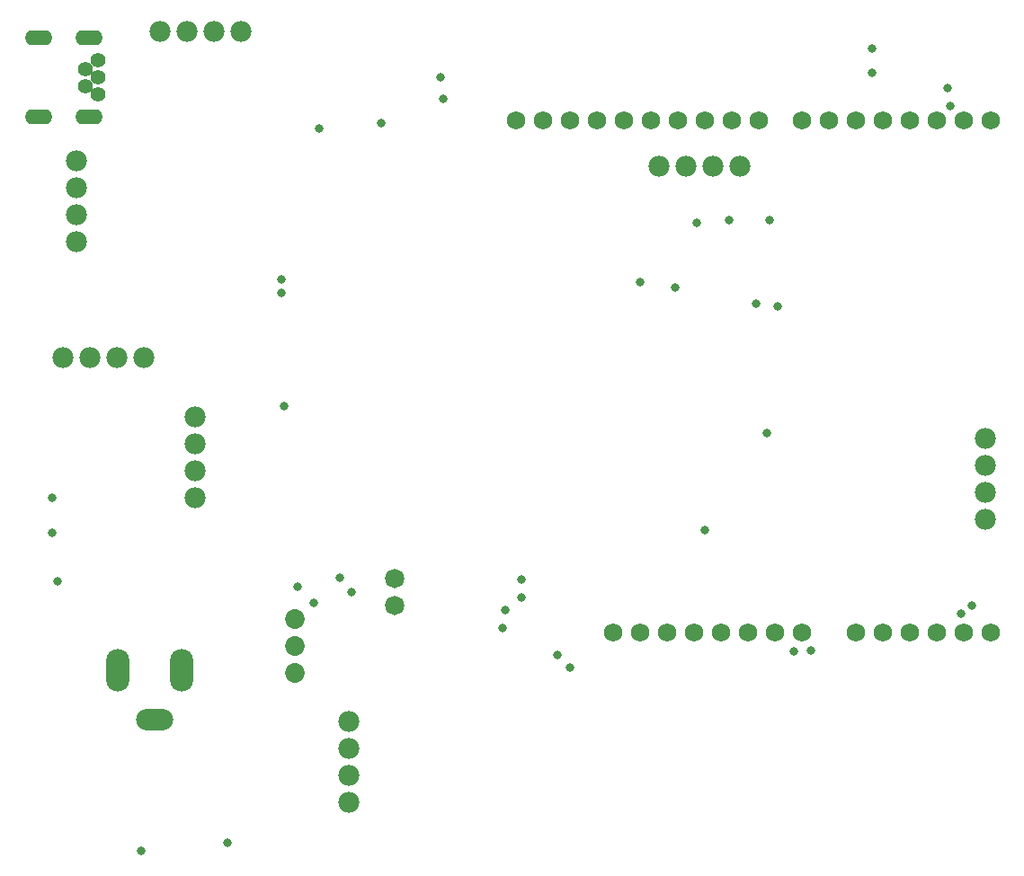
<source format=gbs>
G04*
G04 #@! TF.GenerationSoftware,Altium Limited,Altium Designer,24.1.2 (44)*
G04*
G04 Layer_Color=16711935*
%FSLAX44Y44*%
%MOMM*%
G71*
G04*
G04 #@! TF.SameCoordinates,264AB7AF-67A9-449C-BE9F-4602C0ED76BB*
G04*
G04*
G04 #@! TF.FilePolarity,Negative*
G04*
G01*
G75*
%ADD30C,0.0000*%
%ADD41C,1.7272*%
%ADD42O,2.6032X1.4032*%
%ADD43C,1.4032*%
%ADD44C,1.9812*%
%ADD45C,1.8232*%
%ADD46C,1.8532*%
%ADD47O,2.2032X4.0032*%
%ADD48O,3.5032X2.0032*%
%ADD49C,0.8382*%
D30*
X361671Y307340D02*
G03*
X361671Y307340I-8611J0D01*
G01*
Y281940D02*
G03*
X361671Y281940I-8611J0D01*
G01*
D41*
X787400Y256540D02*
D03*
X812800D02*
D03*
X838200D02*
D03*
X863600D02*
D03*
X889000D02*
D03*
X914400D02*
D03*
Y739140D02*
D03*
X889000D02*
D03*
X863600D02*
D03*
X838200D02*
D03*
X812800D02*
D03*
X787400D02*
D03*
X762000D02*
D03*
X736600D02*
D03*
X695960D02*
D03*
X670560D02*
D03*
X645160D02*
D03*
X619760D02*
D03*
X594360D02*
D03*
X568960D02*
D03*
X543560D02*
D03*
X518160D02*
D03*
X492760D02*
D03*
X467360D02*
D03*
X736600Y256540D02*
D03*
X711200D02*
D03*
X685800D02*
D03*
X660400D02*
D03*
X635000D02*
D03*
X609600D02*
D03*
X584200D02*
D03*
X558800D02*
D03*
D42*
X17462Y816980D02*
D03*
X64962D02*
D03*
Y742580D02*
D03*
X17462D02*
D03*
D43*
X73979Y763581D02*
D03*
Y779581D02*
D03*
X61941Y771582D02*
D03*
Y787582D02*
D03*
X73979Y795580D02*
D03*
D44*
X66040Y515620D02*
D03*
X40640D02*
D03*
X116840D02*
D03*
X91440D02*
D03*
X652780Y695960D02*
D03*
X678180D02*
D03*
X601980D02*
D03*
X627380D02*
D03*
X309880Y121920D02*
D03*
Y96520D02*
D03*
Y172720D02*
D03*
Y147320D02*
D03*
X53340Y650240D02*
D03*
Y624840D02*
D03*
Y701040D02*
D03*
Y675640D02*
D03*
X165100Y434340D02*
D03*
Y459740D02*
D03*
Y383540D02*
D03*
Y408940D02*
D03*
X909320Y414020D02*
D03*
Y439420D02*
D03*
Y363220D02*
D03*
Y388620D02*
D03*
X182880Y822960D02*
D03*
X208280D02*
D03*
X132080D02*
D03*
X157480D02*
D03*
D45*
X353060Y307340D02*
D03*
Y281940D02*
D03*
D46*
X259080Y218440D02*
D03*
Y243840D02*
D03*
Y269240D02*
D03*
D47*
X152400Y220980D02*
D03*
X92400D02*
D03*
D48*
X127400Y174480D02*
D03*
D49*
X472440Y306070D02*
D03*
X876300Y752602D02*
D03*
X873760Y769620D02*
D03*
X886190Y274050D02*
D03*
X896620Y281940D02*
D03*
X472440Y289560D02*
D03*
X802640Y783971D02*
D03*
Y806958D02*
D03*
X617220Y581660D02*
D03*
X281940Y731520D02*
D03*
X713740Y563880D02*
D03*
X745490Y239395D02*
D03*
X728980Y238760D02*
D03*
X584200Y586740D02*
D03*
X396240Y779780D02*
D03*
X398780Y759460D02*
D03*
X454660Y260985D02*
D03*
X457200Y277495D02*
D03*
X301275Y308461D02*
D03*
X637540Y642620D02*
D03*
X706120Y645160D02*
D03*
X668020D02*
D03*
X703580Y444500D02*
D03*
X693420Y566420D02*
D03*
X340539Y736421D02*
D03*
X261620Y299720D02*
D03*
X276860Y284480D02*
D03*
X312420Y294640D02*
D03*
X114300Y50800D02*
D03*
X195580Y58420D02*
D03*
X506486Y235194D02*
D03*
X518160Y223520D02*
D03*
X645160Y353060D02*
D03*
X246380Y589534D02*
D03*
Y576580D02*
D03*
X248920Y469900D02*
D03*
X35560Y304800D02*
D03*
X30480Y350520D02*
D03*
Y383540D02*
D03*
M02*

</source>
